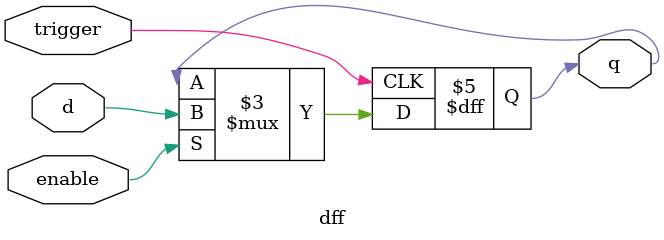
<source format=v>
module dff #( parameter W = 1 )
(
    input trigger,
    input enable,
    input      [W-1:0] d,
    output reg [W-1:0] q
);
  initial begin
    q <= 0;
  end
    always @(posedge trigger) begin
        if(enable) begin
            q <= d;
        end
    end
endmodule

</source>
